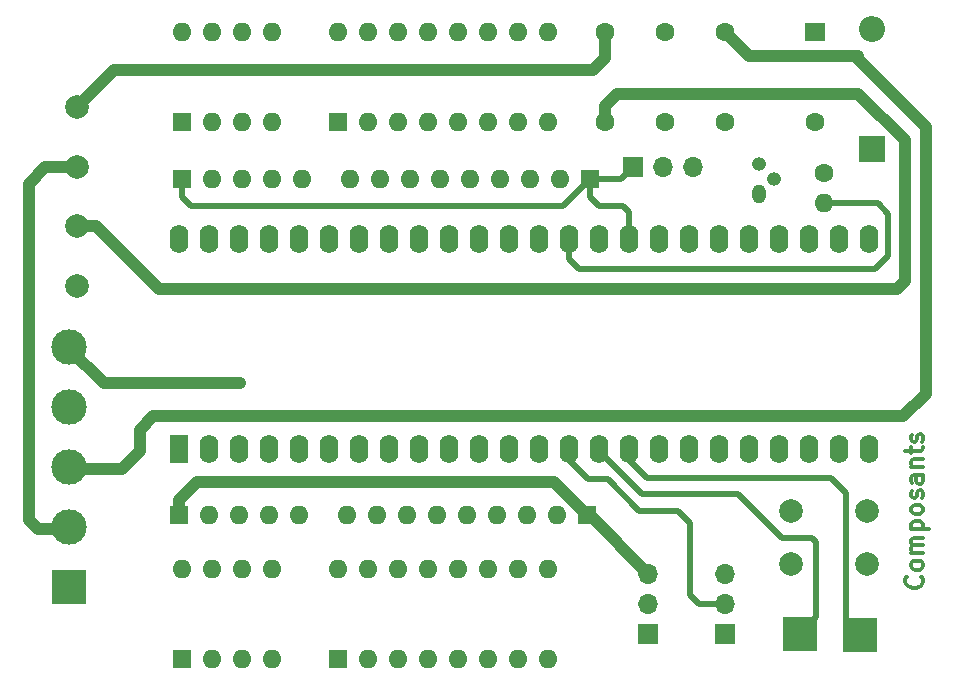
<source format=gbr>
%TF.GenerationSoftware,KiCad,Pcbnew,(5.1.9)-1*%
%TF.CreationDate,2022-09-08T11:50:56+02:00*%
%TF.ProjectId,gonogo-upduino,676f6e6f-676f-42d7-9570-6475696e6f2e,rev?*%
%TF.SameCoordinates,Original*%
%TF.FileFunction,Copper,L1,Top*%
%TF.FilePolarity,Positive*%
%FSLAX46Y46*%
G04 Gerber Fmt 4.6, Leading zero omitted, Abs format (unit mm)*
G04 Created by KiCad (PCBNEW (5.1.9)-1) date 2022-09-08 11:50:56*
%MOMM*%
%LPD*%
G01*
G04 APERTURE LIST*
%TA.AperFunction,NonConductor*%
%ADD10C,0.300000*%
%TD*%
%TA.AperFunction,ComponentPad*%
%ADD11R,1.600000X2.400000*%
%TD*%
%TA.AperFunction,ComponentPad*%
%ADD12O,1.600000X2.400000*%
%TD*%
%TA.AperFunction,ComponentPad*%
%ADD13R,2.200000X2.200000*%
%TD*%
%TA.AperFunction,ComponentPad*%
%ADD14O,2.200000X2.200000*%
%TD*%
%TA.AperFunction,ComponentPad*%
%ADD15R,1.700000X1.700000*%
%TD*%
%TA.AperFunction,ComponentPad*%
%ADD16O,1.700000X1.700000*%
%TD*%
%TA.AperFunction,ComponentPad*%
%ADD17C,1.600000*%
%TD*%
%TA.AperFunction,ComponentPad*%
%ADD18R,1.800000X1.600000*%
%TD*%
%TA.AperFunction,ComponentPad*%
%ADD19O,1.200000X1.600000*%
%TD*%
%TA.AperFunction,ComponentPad*%
%ADD20O,1.200000X1.200000*%
%TD*%
%TA.AperFunction,ComponentPad*%
%ADD21O,1.600000X1.600000*%
%TD*%
%TA.AperFunction,ComponentPad*%
%ADD22R,1.600000X1.600000*%
%TD*%
%TA.AperFunction,ComponentPad*%
%ADD23R,3.000000X3.000000*%
%TD*%
%TA.AperFunction,ComponentPad*%
%ADD24C,2.000000*%
%TD*%
%TA.AperFunction,ComponentPad*%
%ADD25C,3.000000*%
%TD*%
%TA.AperFunction,ViaPad*%
%ADD26C,0.800000*%
%TD*%
%TA.AperFunction,Conductor*%
%ADD27C,1.000000*%
%TD*%
%TA.AperFunction,Conductor*%
%ADD28C,0.500000*%
%TD*%
G04 APERTURE END LIST*
D10*
X197004714Y-102726428D02*
X197076142Y-102797857D01*
X197147571Y-103012142D01*
X197147571Y-103155000D01*
X197076142Y-103369285D01*
X196933285Y-103512142D01*
X196790428Y-103583571D01*
X196504714Y-103655000D01*
X196290428Y-103655000D01*
X196004714Y-103583571D01*
X195861857Y-103512142D01*
X195719000Y-103369285D01*
X195647571Y-103155000D01*
X195647571Y-103012142D01*
X195719000Y-102797857D01*
X195790428Y-102726428D01*
X197147571Y-101869285D02*
X197076142Y-102012142D01*
X197004714Y-102083571D01*
X196861857Y-102155000D01*
X196433285Y-102155000D01*
X196290428Y-102083571D01*
X196219000Y-102012142D01*
X196147571Y-101869285D01*
X196147571Y-101655000D01*
X196219000Y-101512142D01*
X196290428Y-101440714D01*
X196433285Y-101369285D01*
X196861857Y-101369285D01*
X197004714Y-101440714D01*
X197076142Y-101512142D01*
X197147571Y-101655000D01*
X197147571Y-101869285D01*
X197147571Y-100726428D02*
X196147571Y-100726428D01*
X196290428Y-100726428D02*
X196219000Y-100655000D01*
X196147571Y-100512142D01*
X196147571Y-100297857D01*
X196219000Y-100155000D01*
X196361857Y-100083571D01*
X197147571Y-100083571D01*
X196361857Y-100083571D02*
X196219000Y-100012142D01*
X196147571Y-99869285D01*
X196147571Y-99655000D01*
X196219000Y-99512142D01*
X196361857Y-99440714D01*
X197147571Y-99440714D01*
X196147571Y-98726428D02*
X197647571Y-98726428D01*
X196219000Y-98726428D02*
X196147571Y-98583571D01*
X196147571Y-98297857D01*
X196219000Y-98155000D01*
X196290428Y-98083571D01*
X196433285Y-98012142D01*
X196861857Y-98012142D01*
X197004714Y-98083571D01*
X197076142Y-98155000D01*
X197147571Y-98297857D01*
X197147571Y-98583571D01*
X197076142Y-98726428D01*
X197147571Y-97155000D02*
X197076142Y-97297857D01*
X197004714Y-97369285D01*
X196861857Y-97440714D01*
X196433285Y-97440714D01*
X196290428Y-97369285D01*
X196219000Y-97297857D01*
X196147571Y-97155000D01*
X196147571Y-96940714D01*
X196219000Y-96797857D01*
X196290428Y-96726428D01*
X196433285Y-96655000D01*
X196861857Y-96655000D01*
X197004714Y-96726428D01*
X197076142Y-96797857D01*
X197147571Y-96940714D01*
X197147571Y-97155000D01*
X197076142Y-96083571D02*
X197147571Y-95940714D01*
X197147571Y-95655000D01*
X197076142Y-95512142D01*
X196933285Y-95440714D01*
X196861857Y-95440714D01*
X196719000Y-95512142D01*
X196647571Y-95655000D01*
X196647571Y-95869285D01*
X196576142Y-96012142D01*
X196433285Y-96083571D01*
X196361857Y-96083571D01*
X196219000Y-96012142D01*
X196147571Y-95869285D01*
X196147571Y-95655000D01*
X196219000Y-95512142D01*
X197147571Y-94155000D02*
X196361857Y-94155000D01*
X196219000Y-94226428D01*
X196147571Y-94369285D01*
X196147571Y-94655000D01*
X196219000Y-94797857D01*
X197076142Y-94155000D02*
X197147571Y-94297857D01*
X197147571Y-94655000D01*
X197076142Y-94797857D01*
X196933285Y-94869285D01*
X196790428Y-94869285D01*
X196647571Y-94797857D01*
X196576142Y-94655000D01*
X196576142Y-94297857D01*
X196504714Y-94155000D01*
X196147571Y-93440714D02*
X197147571Y-93440714D01*
X196290428Y-93440714D02*
X196219000Y-93369285D01*
X196147571Y-93226428D01*
X196147571Y-93012142D01*
X196219000Y-92869285D01*
X196361857Y-92797857D01*
X197147571Y-92797857D01*
X196147571Y-92297857D02*
X196147571Y-91726428D01*
X195647571Y-92083571D02*
X196933285Y-92083571D01*
X197076142Y-92012142D01*
X197147571Y-91869285D01*
X197147571Y-91726428D01*
X197076142Y-91297857D02*
X197147571Y-91155000D01*
X197147571Y-90869285D01*
X197076142Y-90726428D01*
X196933285Y-90655000D01*
X196861857Y-90655000D01*
X196719000Y-90726428D01*
X196647571Y-90869285D01*
X196647571Y-91083571D01*
X196576142Y-91226428D01*
X196433285Y-91297857D01*
X196361857Y-91297857D01*
X196219000Y-91226428D01*
X196147571Y-91083571D01*
X196147571Y-90869285D01*
X196219000Y-90726428D01*
D11*
%TO.P,UPDuino-3.1,1*%
%TO.N,/GO_0*%
X134112000Y-91948000D03*
D12*
%TO.P,UPDuino-3.1,25*%
%TO.N,Net-(U1-Pad25)*%
X192532000Y-74168000D03*
%TO.P,UPDuino-3.1,2*%
%TO.N,/GO_1*%
X136652000Y-91948000D03*
%TO.P,UPDuino-3.1,26*%
%TO.N,Net-(U1-Pad26)*%
X189992000Y-74168000D03*
%TO.P,UPDuino-3.1,3*%
%TO.N,/GO_2*%
X139192000Y-91948000D03*
%TO.P,UPDuino-3.1,27*%
%TO.N,Net-(U1-Pad27)*%
X187452000Y-74168000D03*
%TO.P,UPDuino-3.1,4*%
%TO.N,/GO_3*%
X141732000Y-91948000D03*
%TO.P,UPDuino-3.1,28*%
%TO.N,Net-(U1-Pad28)*%
X184912000Y-74168000D03*
%TO.P,UPDuino-3.1,5*%
%TO.N,/GO_4*%
X144272000Y-91948000D03*
%TO.P,UPDuino-3.1,29*%
%TO.N,Net-(U1-Pad29)*%
X182372000Y-74168000D03*
%TO.P,UPDuino-3.1,6*%
%TO.N,/GO_5*%
X146812000Y-91948000D03*
%TO.P,UPDuino-3.1,30*%
%TO.N,Net-(U1-Pad30)*%
X179832000Y-74168000D03*
%TO.P,UPDuino-3.1,7*%
%TO.N,/GO_6*%
X149352000Y-91948000D03*
%TO.P,UPDuino-3.1,31*%
%TO.N,Net-(U1-Pad31)*%
X177292000Y-74168000D03*
%TO.P,UPDuino-3.1,8*%
%TO.N,/GO_7*%
X151892000Y-91948000D03*
%TO.P,UPDuino-3.1,32*%
%TO.N,/5v*%
X174752000Y-74168000D03*
%TO.P,UPDuino-3.1,9*%
%TO.N,/GO_8*%
X154432000Y-91948000D03*
%TO.P,UPDuino-3.1,33*%
%TO.N,/3\u002C3V*%
X172212000Y-74168000D03*
%TO.P,UPDuino-3.1,10*%
%TO.N,/GO_9*%
X156972000Y-91948000D03*
%TO.P,UPDuino-3.1,34*%
%TO.N,/GND*%
X169672000Y-74168000D03*
%TO.P,UPDuino-3.1,11*%
%TO.N,/GO_10*%
X159512000Y-91948000D03*
%TO.P,UPDuino-3.1,35*%
%TO.N,/GONOGO*%
X167132000Y-74168000D03*
%TO.P,UPDuino-3.1,12*%
%TO.N,/GO_11*%
X162052000Y-91948000D03*
%TO.P,UPDuino-3.1,36*%
%TO.N,/LED_ENABLE*%
X164592000Y-74168000D03*
%TO.P,UPDuino-3.1,13*%
%TO.N,/GO_1_60S*%
X164592000Y-91948000D03*
%TO.P,UPDuino-3.1,37*%
%TO.N,/NOGO_11*%
X162052000Y-74168000D03*
%TO.P,UPDuino-3.1,14*%
%TO.N,/NOGO_1_60S*%
X167132000Y-91948000D03*
%TO.P,UPDuino-3.1,38*%
%TO.N,/NOGO_10*%
X159512000Y-74168000D03*
%TO.P,UPDuino-3.1,15*%
%TO.N,/SECONDES*%
X169672000Y-91948000D03*
%TO.P,UPDuino-3.1,39*%
%TO.N,/NOGO_9*%
X156972000Y-74168000D03*
%TO.P,UPDuino-3.1,16*%
%TO.N,/MINUTES*%
X172212000Y-91948000D03*
%TO.P,UPDuino-3.1,40*%
%TO.N,/NOGO_8*%
X154432000Y-74168000D03*
%TO.P,UPDuino-3.1,17*%
%TO.N,/12MHz*%
X174752000Y-91948000D03*
%TO.P,UPDuino-3.1,41*%
%TO.N,/NOGO_7*%
X151892000Y-74168000D03*
%TO.P,UPDuino-3.1,18*%
%TO.N,Net-(U1-Pad18)*%
X177292000Y-91948000D03*
%TO.P,UPDuino-3.1,42*%
%TO.N,/NOGO_6*%
X149352000Y-74168000D03*
%TO.P,UPDuino-3.1,19*%
%TO.N,Net-(SW5-Pad1)*%
X179832000Y-91948000D03*
%TO.P,UPDuino-3.1,43*%
%TO.N,/NOGO_5*%
X146812000Y-74168000D03*
%TO.P,UPDuino-3.1,20*%
%TO.N,/12MHz*%
X182372000Y-91948000D03*
%TO.P,UPDuino-3.1,44*%
%TO.N,/NOGO_4*%
X144272000Y-74168000D03*
%TO.P,UPDuino-3.1,21*%
%TO.N,Net-(U1-Pad21)*%
X184912000Y-91948000D03*
%TO.P,UPDuino-3.1,45*%
%TO.N,/NOGO_3*%
X141732000Y-74168000D03*
%TO.P,UPDuino-3.1,22*%
%TO.N,Net-(U1-Pad22)*%
X187452000Y-91948000D03*
%TO.P,UPDuino-3.1,46*%
%TO.N,/NOGO_2*%
X139192000Y-74168000D03*
%TO.P,UPDuino-3.1,23*%
%TO.N,Net-(U1-Pad23)*%
X189992000Y-91948000D03*
%TO.P,UPDuino-3.1,47*%
%TO.N,/NOGO_1*%
X136652000Y-74168000D03*
%TO.P,UPDuino-3.1,24*%
%TO.N,Net-(U1-Pad24)*%
X192532000Y-91948000D03*
%TO.P,UPDuino-3.1,48*%
%TO.N,/NOGO_0*%
X134112000Y-74168000D03*
%TD*%
D13*
%TO.P,1N4001,1*%
%TO.N,/5v*%
X192786000Y-66548000D03*
D14*
%TO.P,1N4001,2*%
%TO.N,Net-(D1-Pad2)*%
X192786000Y-56388000D03*
%TD*%
D15*
%TO.P,E<LED>D,1*%
%TO.N,/3\u002C3V*%
X172593000Y-68072000D03*
D16*
%TO.P,E<LED>D,2*%
%TO.N,/LED_ENABLE*%
X175133000Y-68072000D03*
%TO.P,E<LED>D,3*%
%TO.N,/GND*%
X177673000Y-68072000D03*
%TD*%
D15*
%TO.P,NOGO-1-60S,1*%
%TO.N,/GND*%
X180340000Y-107569000D03*
D16*
%TO.P,NOGO-1-60S,2*%
%TO.N,/NOGO_1_60S*%
X180340000Y-105029000D03*
%TO.P,NOGO-1-60S,3*%
%TO.N,/3\u002C3V*%
X180340000Y-102489000D03*
%TD*%
%TO.P,GO-1-60S,3*%
%TO.N,/3\u002C3V*%
X173863000Y-102489000D03*
%TO.P,GO-1-60S,2*%
%TO.N,/GO_1_60S*%
X173863000Y-105029000D03*
D15*
%TO.P,GO-1-60S,1*%
%TO.N,/GND*%
X173863000Y-107569000D03*
%TD*%
D17*
%TO.P,FINDER 30-22/5v,21*%
%TO.N,Net-(J1-Pad5)*%
X180340000Y-64262000D03*
%TO.P,FINDER 30-22/5v,22*%
%TO.N,Net-(K1-Pad22)*%
X175260000Y-64262000D03*
%TO.P,FINDER 30-22/5v,24*%
%TO.N,Net-(F1-Pad2)*%
X170180000Y-64262000D03*
D18*
%TO.P,FINDER 30-22/5v,A1*%
%TO.N,Net-(D1-Pad2)*%
X187960000Y-56642000D03*
D17*
%TO.P,FINDER 30-22/5v,A2*%
%TO.N,/5v*%
X187960000Y-64262000D03*
%TO.P,FINDER 30-22/5v,11*%
%TO.N,Net-(J1-Pad3)*%
X180340000Y-56642000D03*
%TO.P,FINDER 30-22/5v,14*%
%TO.N,Net-(F2-Pad2)*%
X170180000Y-56642000D03*
%TO.P,FINDER 30-22/5v,12*%
%TO.N,Net-(K1-Pad12)*%
X175260000Y-56642000D03*
%TD*%
D19*
%TO.P,2N2222,1*%
%TO.N,/GND*%
X183261000Y-70358000D03*
D20*
%TO.P,2N2222,2*%
%TO.N,Net-(Q1-Pad2)*%
X184531000Y-69088000D03*
%TO.P,2N2222,3*%
%TO.N,Net-(D1-Pad2)*%
X183261000Y-67818000D03*
%TD*%
D21*
%TO.P,RN1,9*%
%TO.N,/NOGO_4*%
X148590000Y-69088000D03*
%TO.P,RN1,8*%
%TO.N,/NOGO_5*%
X151130000Y-69088000D03*
%TO.P,RN1,7*%
%TO.N,/NOGO_6*%
X153670000Y-69088000D03*
%TO.P,RN1,6*%
%TO.N,/NOGO_7*%
X156210000Y-69088000D03*
%TO.P,RN1,5*%
%TO.N,/NOGO_8*%
X158750000Y-69088000D03*
%TO.P,RN1,4*%
%TO.N,/NOGO_9*%
X161290000Y-69088000D03*
%TO.P,RN1,3*%
%TO.N,/NOGO_10*%
X163830000Y-69088000D03*
%TO.P,RN1,2*%
%TO.N,/NOGO_11*%
X166370000Y-69088000D03*
D22*
%TO.P,RN1,1*%
%TO.N,/3\u002C3V*%
X168910000Y-69088000D03*
%TD*%
D21*
%TO.P,RN2,5*%
%TO.N,/NOGO_3*%
X144526000Y-69088000D03*
%TO.P,RN2,4*%
%TO.N,/NOGO_2*%
X141986000Y-69088000D03*
%TO.P,RN2,3*%
%TO.N,/NOGO_1*%
X139446000Y-69088000D03*
%TO.P,RN2,2*%
%TO.N,/NOGO_0*%
X136906000Y-69088000D03*
D22*
%TO.P,RN2,1*%
%TO.N,/3\u002C3V*%
X134366000Y-69088000D03*
%TD*%
%TO.P,RN3,1*%
%TO.N,/3\u002C3V*%
X168656000Y-97536000D03*
D21*
%TO.P,RN3,2*%
%TO.N,/GO_11*%
X166116000Y-97536000D03*
%TO.P,RN3,3*%
%TO.N,/GO_10*%
X163576000Y-97536000D03*
%TO.P,RN3,4*%
%TO.N,/GO_9*%
X161036000Y-97536000D03*
%TO.P,RN3,5*%
%TO.N,/GO_8*%
X158496000Y-97536000D03*
%TO.P,RN3,6*%
%TO.N,/GO_7*%
X155956000Y-97536000D03*
%TO.P,RN3,7*%
%TO.N,/GO_6*%
X153416000Y-97536000D03*
%TO.P,RN3,8*%
%TO.N,/GO_5*%
X150876000Y-97536000D03*
%TO.P,RN3,9*%
%TO.N,/GO_4*%
X148336000Y-97536000D03*
%TD*%
D22*
%TO.P,RN4,1*%
%TO.N,/3\u002C3V*%
X134112000Y-97536000D03*
D21*
%TO.P,RN4,2*%
%TO.N,/GO_0*%
X136652000Y-97536000D03*
%TO.P,RN4,3*%
%TO.N,/GO_1*%
X139192000Y-97536000D03*
%TO.P,RN4,4*%
%TO.N,/GO_2*%
X141732000Y-97536000D03*
%TO.P,RN4,5*%
%TO.N,/GO_3*%
X144272000Y-97536000D03*
%TD*%
D22*
%TO.P,NOGO-4-11,1*%
%TO.N,/NOGO_4*%
X147574000Y-64262000D03*
D21*
%TO.P,NOGO-4-11,9*%
%TO.N,/GND*%
X165354000Y-56642000D03*
%TO.P,NOGO-4-11,2*%
%TO.N,/NOGO_5*%
X150114000Y-64262000D03*
%TO.P,NOGO-4-11,10*%
%TO.N,/GND*%
X162814000Y-56642000D03*
%TO.P,NOGO-4-11,3*%
%TO.N,/NOGO_6*%
X152654000Y-64262000D03*
%TO.P,NOGO-4-11,11*%
%TO.N,/GND*%
X160274000Y-56642000D03*
%TO.P,NOGO-4-11,4*%
%TO.N,/NOGO_7*%
X155194000Y-64262000D03*
%TO.P,NOGO-4-11,12*%
%TO.N,/GND*%
X157734000Y-56642000D03*
%TO.P,NOGO-4-11,5*%
%TO.N,/NOGO_8*%
X157734000Y-64262000D03*
%TO.P,NOGO-4-11,13*%
%TO.N,/GND*%
X155194000Y-56642000D03*
%TO.P,NOGO-4-11,6*%
%TO.N,/NOGO_9*%
X160274000Y-64262000D03*
%TO.P,NOGO-4-11,14*%
%TO.N,/GND*%
X152654000Y-56642000D03*
%TO.P,NOGO-4-11,7*%
%TO.N,/NOGO_10*%
X162814000Y-64262000D03*
%TO.P,NOGO-4-11,15*%
%TO.N,/GND*%
X150114000Y-56642000D03*
%TO.P,NOGO-4-11,8*%
%TO.N,/NOGO_11*%
X165354000Y-64262000D03*
%TO.P,NOGO-4-11,16*%
%TO.N,/GND*%
X147574000Y-56642000D03*
%TD*%
%TO.P,NOGO-0-3,8*%
%TO.N,/GND*%
X134366000Y-56642000D03*
%TO.P,NOGO-0-3,4*%
%TO.N,/NOGO_3*%
X141986000Y-64262000D03*
%TO.P,NOGO-0-3,7*%
%TO.N,/GND*%
X136906000Y-56642000D03*
%TO.P,NOGO-0-3,3*%
%TO.N,/NOGO_2*%
X139446000Y-64262000D03*
%TO.P,NOGO-0-3,6*%
%TO.N,/GND*%
X139446000Y-56642000D03*
%TO.P,NOGO-0-3,2*%
%TO.N,/NOGO_1*%
X136906000Y-64262000D03*
%TO.P,NOGO-0-3,5*%
%TO.N,/GND*%
X141986000Y-56642000D03*
D22*
%TO.P,NOGO-0-3,1*%
%TO.N,/NOGO_0*%
X134366000Y-64262000D03*
%TD*%
%TO.P,GO-0-3,1*%
%TO.N,/GND*%
X134366000Y-109728000D03*
D21*
%TO.P,GO-0-3,5*%
%TO.N,/GO_3*%
X141986000Y-102108000D03*
%TO.P,GO-0-3,2*%
%TO.N,/GND*%
X136906000Y-109728000D03*
%TO.P,GO-0-3,6*%
%TO.N,/GO_2*%
X139446000Y-102108000D03*
%TO.P,GO-0-3,3*%
%TO.N,/GND*%
X139446000Y-109728000D03*
%TO.P,GO-0-3,7*%
%TO.N,/GO_1*%
X136906000Y-102108000D03*
%TO.P,GO-0-3,4*%
%TO.N,/GND*%
X141986000Y-109728000D03*
%TO.P,GO-0-3,8*%
%TO.N,/GO_0*%
X134366000Y-102108000D03*
%TD*%
%TO.P,GO-4-11,16*%
%TO.N,/GO_4*%
X147574000Y-102108000D03*
%TO.P,GO-4-11,8*%
%TO.N,/GND*%
X165354000Y-109728000D03*
%TO.P,GO-4-11,15*%
%TO.N,/GO_5*%
X150114000Y-102108000D03*
%TO.P,GO-4-11,7*%
%TO.N,/GND*%
X162814000Y-109728000D03*
%TO.P,GO-4-11,14*%
%TO.N,/GO_6*%
X152654000Y-102108000D03*
%TO.P,GO-4-11,6*%
%TO.N,/GND*%
X160274000Y-109728000D03*
%TO.P,GO-4-11,13*%
%TO.N,/GO_7*%
X155194000Y-102108000D03*
%TO.P,GO-4-11,5*%
%TO.N,/GND*%
X157734000Y-109728000D03*
%TO.P,GO-4-11,12*%
%TO.N,/GO_8*%
X157734000Y-102108000D03*
%TO.P,GO-4-11,4*%
%TO.N,/GND*%
X155194000Y-109728000D03*
%TO.P,GO-4-11,11*%
%TO.N,/GO_9*%
X160274000Y-102108000D03*
%TO.P,GO-4-11,3*%
%TO.N,/GND*%
X152654000Y-109728000D03*
%TO.P,GO-4-11,10*%
%TO.N,/GO_10*%
X162814000Y-102108000D03*
%TO.P,GO-4-11,2*%
%TO.N,/GND*%
X150114000Y-109728000D03*
%TO.P,GO-4-11,9*%
%TO.N,/GO_11*%
X165354000Y-102108000D03*
D22*
%TO.P,GO-4-11,1*%
%TO.N,/GND*%
X147574000Y-109728000D03*
%TD*%
D23*
%TO.P,MIN,1*%
%TO.N,/MINUTES*%
X191770000Y-107696000D03*
%TD*%
%TO.P,SEC,1*%
%TO.N,/SECONDES*%
X186690000Y-107569000D03*
%TD*%
D24*
%TO.P,F1/2A,2*%
%TO.N,Net-(F1-Pad2)*%
X125486000Y-73025000D03*
%TO.P,F1/2A,1*%
%TO.N,Net-(F1-Pad1)*%
X125476000Y-78105000D03*
%TD*%
D25*
%TO.P,J1,2*%
%TO.N,Net-(F2-Pad1)*%
X124841000Y-98552000D03*
%TO.P,J1,3*%
%TO.N,Net-(J1-Pad3)*%
X124841000Y-93472000D03*
D23*
%TO.P,J1,1*%
%TO.N,/GND*%
X124841000Y-103632000D03*
D25*
%TO.P,J1,4*%
%TO.N,Net-(F1-Pad1)*%
X124841000Y-88392000D03*
%TO.P,J1,5*%
%TO.N,Net-(J1-Pad5)*%
X124841000Y-83312000D03*
%TD*%
D24*
%TO.P,F2/2A,1*%
%TO.N,Net-(F2-Pad1)*%
X125476000Y-68072000D03*
%TO.P,F2/2A,2*%
%TO.N,Net-(F2-Pad2)*%
X125486000Y-62992000D03*
%TD*%
%TO.P,RESET,2*%
%TO.N,/GND*%
X185928000Y-101655000D03*
%TO.P,RESET,1*%
%TO.N,Net-(SW5-Pad1)*%
X185928000Y-97155000D03*
%TO.P,RESET,2*%
%TO.N,/GND*%
X192428000Y-101655000D03*
%TO.P,RESET,1*%
%TO.N,Net-(SW5-Pad1)*%
X192428000Y-97155000D03*
%TD*%
D17*
%TO.P,15k,1*%
%TO.N,Net-(Q1-Pad2)*%
X188722000Y-68580000D03*
D21*
%TO.P,15k,2*%
%TO.N,/GONOGO*%
X188722000Y-71120000D03*
%TD*%
D26*
%TO.N,Net-(J1-Pad5)*%
X139319000Y-86360000D03*
%TD*%
D27*
%TO.N,Net-(J1-Pad3)*%
X180340000Y-56642000D02*
X182372000Y-58674000D01*
X191643000Y-58674000D02*
X191643000Y-58928000D01*
X182372000Y-58674000D02*
X191643000Y-58674000D01*
X191643000Y-58928000D02*
X197358000Y-64643000D01*
X197358000Y-64643000D02*
X197358000Y-87249000D01*
X197358000Y-87249000D02*
X195453000Y-89154000D01*
X195453000Y-89154000D02*
X131953000Y-89154000D01*
X131953000Y-89154000D02*
X130810000Y-90297000D01*
X124841000Y-93599000D02*
X129286000Y-93599000D01*
X130810000Y-92075000D02*
X130810000Y-90297000D01*
X129286000Y-93599000D02*
X130810000Y-92075000D01*
D28*
%TO.N,/3\u002C3V*%
X134366000Y-69088000D02*
X134366000Y-70612000D01*
X134366000Y-70612000D02*
X135128000Y-71374000D01*
X166624000Y-71374000D02*
X168910000Y-69088000D01*
X135128000Y-71374000D02*
X166624000Y-71374000D01*
D27*
X134112000Y-97536000D02*
X134112000Y-96266000D01*
X134112000Y-96266000D02*
X135636000Y-94742000D01*
X165862000Y-94742000D02*
X168656000Y-97536000D01*
X135636000Y-94742000D02*
X165862000Y-94742000D01*
D28*
X168910000Y-69088000D02*
X168910000Y-70612000D01*
X168910000Y-70612000D02*
X169672000Y-71374000D01*
X169672000Y-71374000D02*
X171704000Y-71374000D01*
X172212000Y-71882000D02*
X172212000Y-74168000D01*
X171704000Y-71374000D02*
X172212000Y-71882000D01*
D27*
X168910000Y-97536000D02*
X173863000Y-102489000D01*
X168656000Y-97536000D02*
X168910000Y-97536000D01*
D28*
X171577000Y-69088000D02*
X172593000Y-68072000D01*
X168910000Y-69088000D02*
X171577000Y-69088000D01*
%TO.N,/5v*%
X174752000Y-74168000D02*
X175124219Y-74168000D01*
%TO.N,/NOGO_1_60S*%
X167132000Y-91948000D02*
X167132000Y-92964000D01*
X167132000Y-91948000D02*
X167132000Y-92837000D01*
X167132000Y-92837000D02*
X168783000Y-94488000D01*
X168783000Y-94488000D02*
X170434000Y-94488000D01*
X170434000Y-94488000D02*
X173101000Y-97155000D01*
X173101000Y-97155000D02*
X176403000Y-97155000D01*
X176403000Y-97155000D02*
X177419000Y-98171000D01*
X177419000Y-98171000D02*
X177419000Y-104267000D01*
X178181000Y-105029000D02*
X180340000Y-105029000D01*
X177419000Y-104267000D02*
X178181000Y-105029000D01*
%TO.N,/GONOGO*%
X188722000Y-71120000D02*
X193294000Y-71120000D01*
X193294000Y-71120000D02*
X194183000Y-72009000D01*
X194183000Y-72009000D02*
X194183000Y-75565000D01*
X194183000Y-75565000D02*
X193040000Y-76708000D01*
X193040000Y-76708000D02*
X168021000Y-76708000D01*
X167132000Y-75819000D02*
X167132000Y-74168000D01*
X168021000Y-76708000D02*
X167132000Y-75819000D01*
%TO.N,/MINUTES*%
X172212000Y-91948000D02*
X172212000Y-92837000D01*
X172212000Y-92837000D02*
X173736000Y-94361000D01*
X173736000Y-94361000D02*
X189357000Y-94361000D01*
X189357000Y-94361000D02*
X190627000Y-95631000D01*
X190627000Y-106553000D02*
X191770000Y-107696000D01*
X190627000Y-95631000D02*
X190627000Y-106553000D01*
%TO.N,/SECONDES*%
X169672000Y-91948000D02*
X169672000Y-92075000D01*
X169672000Y-92075000D02*
X173355000Y-95758000D01*
X173355000Y-95758000D02*
X181483000Y-95758000D01*
X181483000Y-95758000D02*
X185166000Y-99441000D01*
X185166000Y-99441000D02*
X187706000Y-99441000D01*
X187706000Y-99441000D02*
X188087000Y-99822000D01*
X188087000Y-106172000D02*
X186690000Y-107569000D01*
X188087000Y-99822000D02*
X188087000Y-106172000D01*
D27*
%TO.N,Net-(F1-Pad2)*%
X170180000Y-64262000D02*
X170180000Y-62865000D01*
X170180000Y-62865000D02*
X171196000Y-61849000D01*
X171196000Y-61849000D02*
X191643000Y-61849000D01*
X191643000Y-61849000D02*
X195580000Y-65786000D01*
X195580000Y-65786000D02*
X195580000Y-77724000D01*
X195580000Y-77724000D02*
X194945000Y-78359000D01*
X127127000Y-73025000D02*
X132461000Y-78359000D01*
X125486000Y-73025000D02*
X127127000Y-73025000D01*
X194945000Y-78359000D02*
X132461000Y-78359000D01*
%TO.N,Net-(F2-Pad1)*%
X124841000Y-98679000D02*
X122174000Y-98679000D01*
X122174000Y-98679000D02*
X121412000Y-97917000D01*
X121412000Y-97917000D02*
X121412000Y-69469000D01*
X122809000Y-68072000D02*
X125476000Y-68072000D01*
X121412000Y-69469000D02*
X122809000Y-68072000D01*
%TO.N,Net-(F2-Pad2)*%
X170180000Y-56642000D02*
X170180000Y-58801000D01*
X170180000Y-58801000D02*
X169164000Y-59817000D01*
X125486000Y-62992000D02*
X128661000Y-59817000D01*
X128661000Y-59817000D02*
X133477000Y-59817000D01*
X133477000Y-59817000D02*
X132842000Y-59817000D01*
X169164000Y-59817000D02*
X133477000Y-59817000D01*
%TO.N,Net-(J1-Pad5)*%
X127762000Y-86360000D02*
X124841000Y-83439000D01*
X139319000Y-86360000D02*
X127762000Y-86360000D01*
%TD*%
M02*

</source>
